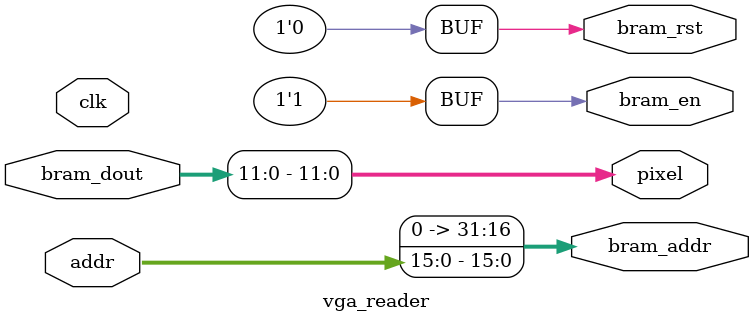
<source format=v>
`timescale 1ns / 1ps


module vga_reader(
    (* X_INTERFACE_PARAMETER = "FREQ_HZ 25173966, PHASE 0.0, CLK_DOMAIN design_1_clk" *)
    (* X_INTERFACE_INFO = "xilinx.com:signal:clock:1.0 clk CLK" *)
    input wire clk,
    input wire [15:0] addr,
    output wire[11:0] pixel,
    //BRAM interface
    output wire [31:0] bram_addr,
    input wire [31:0] bram_dout,
    output wire bram_en,
    output wire bram_rst            // add reset
    );
    assign bram_addr = {16'b0, addr};
    assign bram_en   = 1'b1;
    assign bram_rst = 1'b0;
    assign pixel     = bram_dout[11:0];
endmodule

</source>
